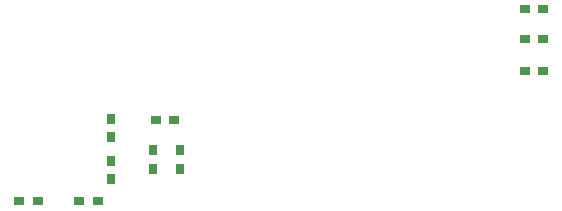
<source format=gbp>
*
*
G04 PADS 9.3.1 Build Number: 456998 generated Gerber (RS-274-X) file*
G04 PC Version=2.1*
*
%IN "remoteMonitor.pcb"*%
*
%MOIN*%
*
%FSLAX35Y35*%
*
*
*
*
G04 PC Standard Apertures*
*
*
G04 Thermal Relief Aperture macro.*
%AMTER*
1,1,$1,0,0*
1,0,$1-$2,0,0*
21,0,$3,$4,0,0,45*
21,0,$3,$4,0,0,135*
%
*
*
G04 Annular Aperture macro.*
%AMANN*
1,1,$1,0,0*
1,0,$2,0,0*
%
*
*
G04 Odd Aperture macro.*
%AMODD*
1,1,$1,0,0*
1,0,$1-0.005,0,0*
%
*
*
G04 PC Custom Aperture Macros*
*
*
*
*
*
*
G04 PC Aperture Table*
*
%ADD010C,0.001*%
%ADD018R,0.038X0.03*%
%ADD038R,0.03X0.038*%
*
*
*
*
G04 PC Circuitry*
G04 Layer Name remoteMonitor.pcb - circuitry*
%LPD*%
*
*
G04 PC Custom Flashes*
G04 Layer Name remoteMonitor.pcb - flashes*
%LPD*%
*
*
G04 PC Circuitry*
G04 Layer Name remoteMonitor.pcb - circuitry*
%LPD*%
*
G54D10*
G54D18*
G01X233400Y493500D03*
X239600D03*
X207900Y466500D03*
X214100D03*
X187900D03*
X194100D03*
X362600Y510000D03*
X356400D03*
X362600Y520500D03*
X356400D03*
X362600Y530500D03*
X356400D03*
G54D38*
X218500Y480100D03*
Y473900D03*
Y487900D03*
Y494100D03*
X232500Y477400D03*
Y483600D03*
X241500D03*
Y477400D03*
X0Y0D02*
M02*

</source>
